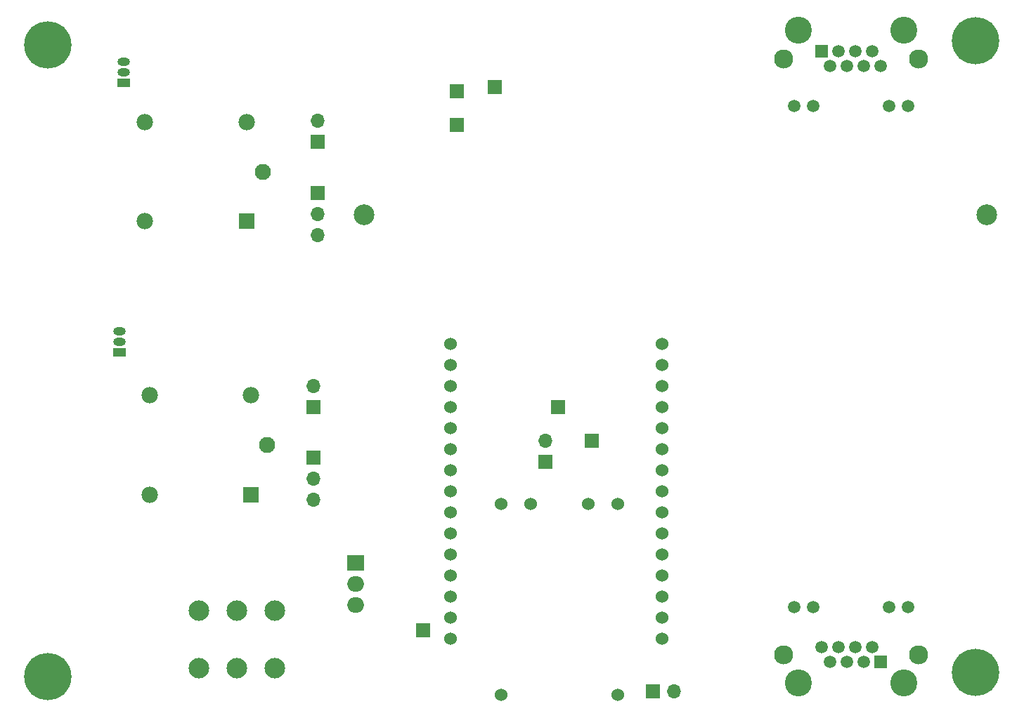
<source format=gbr>
G04 #@! TF.GenerationSoftware,KiCad,Pcbnew,(5.1.10)-1*
G04 #@! TF.CreationDate,2021-10-29T16:39:56-07:00*
G04 #@! TF.ProjectId,CI_ComPCB,43495f43-6f6d-4504-9342-2e6b69636164,rev?*
G04 #@! TF.SameCoordinates,Original*
G04 #@! TF.FileFunction,Soldermask,Bot*
G04 #@! TF.FilePolarity,Negative*
%FSLAX46Y46*%
G04 Gerber Fmt 4.6, Leading zero omitted, Abs format (unit mm)*
G04 Created by KiCad (PCBNEW (5.1.10)-1) date 2021-10-29 16:39:56*
%MOMM*%
%LPD*%
G01*
G04 APERTURE LIST*
%ADD10C,1.980000*%
%ADD11C,1.935000*%
%ADD12R,1.980000X1.980000*%
%ADD13C,1.500000*%
%ADD14C,2.300000*%
%ADD15C,3.250000*%
%ADD16R,1.500000X1.500000*%
%ADD17O,1.700000X1.700000*%
%ADD18R,1.700000X1.700000*%
%ADD19R,1.500000X1.000000*%
%ADD20O,1.500000X1.000000*%
%ADD21C,2.475000*%
%ADD22O,2.000000X1.905000*%
%ADD23R,2.000000X1.905000*%
%ADD24C,1.524000*%
%ADD25C,5.700000*%
%ADD26C,3.600000*%
%ADD27C,2.500000*%
G04 APERTURE END LIST*
D10*
X112250000Y-98410000D03*
X112250000Y-86410000D03*
X124450000Y-86410000D03*
D11*
X126450000Y-92410000D03*
D12*
X124450000Y-98410000D03*
D10*
X112780000Y-131390000D03*
X112780000Y-119390000D03*
X124980000Y-119390000D03*
D11*
X126980000Y-125390000D03*
D12*
X124980000Y-131390000D03*
D13*
X204198000Y-84510000D03*
X201908000Y-84510000D03*
X192768000Y-84510000D03*
X190478000Y-84510000D03*
D14*
X189208000Y-78800000D03*
X205468000Y-78800000D03*
D15*
X203688000Y-75370000D03*
X190988000Y-75370000D03*
D13*
X200890000Y-79690000D03*
X198858000Y-79690000D03*
X196826000Y-79690000D03*
X194794000Y-79690000D03*
X199874000Y-77910000D03*
X197842000Y-77910000D03*
X195810000Y-77910000D03*
D16*
X193778000Y-77910000D03*
D13*
X190470000Y-144970000D03*
X192760000Y-144970000D03*
X201900000Y-144970000D03*
X204190000Y-144970000D03*
D14*
X205460000Y-150680000D03*
X189200000Y-150680000D03*
D15*
X190980000Y-154110000D03*
X203680000Y-154110000D03*
D13*
X193778000Y-149790000D03*
X195810000Y-149790000D03*
X197842000Y-149790000D03*
X199874000Y-149790000D03*
X194794000Y-151570000D03*
X196826000Y-151570000D03*
X198858000Y-151570000D03*
D16*
X200890000Y-151570000D03*
D17*
X175998000Y-155126000D03*
D18*
X173458000Y-155126000D03*
X162028000Y-120836000D03*
D17*
X160504000Y-124900000D03*
D18*
X160504000Y-127440000D03*
D19*
X109704000Y-81720000D03*
D20*
X109704000Y-79180000D03*
X109704000Y-80450000D03*
D19*
X109196000Y-114232000D03*
D20*
X109196000Y-111692000D03*
X109196000Y-112962000D03*
D17*
X133060000Y-100050000D03*
X133060000Y-97510000D03*
D18*
X133060000Y-94970000D03*
D17*
X132564000Y-132012000D03*
X132564000Y-129472000D03*
D18*
X132564000Y-126932000D03*
D17*
X133072000Y-86292000D03*
D18*
X133072000Y-88832000D03*
D17*
X132564000Y-118296000D03*
D18*
X132564000Y-120836000D03*
D21*
X118692000Y-145392000D03*
X123292000Y-145392000D03*
X127892000Y-145392000D03*
X118692000Y-152302000D03*
X123292000Y-152302000D03*
X127892000Y-152302000D03*
D18*
X149836000Y-86800000D03*
X154408000Y-82228000D03*
X149836000Y-82736000D03*
D22*
X137644000Y-144712000D03*
X137644000Y-142172000D03*
D23*
X137644000Y-139632000D03*
D18*
X166092000Y-124900000D03*
X145772000Y-147760000D03*
D24*
X169172000Y-132488000D03*
X169172000Y-155488000D03*
X155172000Y-155488000D03*
X155172000Y-132488000D03*
X158672000Y-132488000D03*
X165672000Y-132488000D03*
D25*
X212320000Y-76640000D03*
D26*
X212320000Y-76640000D03*
D25*
X100560000Y-153348000D03*
D26*
X100560000Y-153348000D03*
D25*
X212320000Y-152840000D03*
D26*
X212320000Y-152840000D03*
D25*
X100560000Y-77148000D03*
D26*
X100560000Y-77148000D03*
D27*
X213628000Y-97628000D03*
X138628000Y-97628000D03*
D24*
X149054000Y-113216000D03*
X149054000Y-115756000D03*
X149054000Y-118296000D03*
X149054000Y-120836000D03*
X149054000Y-123376000D03*
X149054000Y-125916000D03*
X149054000Y-128456000D03*
X149054000Y-130996000D03*
X149054000Y-133536000D03*
X149054000Y-136076000D03*
X149054000Y-138616000D03*
X149054000Y-141156000D03*
X149054000Y-143696000D03*
X149054000Y-146236000D03*
X149054000Y-148776000D03*
X174554000Y-113216000D03*
X174554000Y-115756000D03*
X174554000Y-118296000D03*
X174554000Y-120836000D03*
X174554000Y-123376000D03*
X174554000Y-125916000D03*
X174554000Y-128456000D03*
X174554000Y-130996000D03*
X174554000Y-133536000D03*
X174554000Y-136076000D03*
X174554000Y-138616000D03*
X174554000Y-141156000D03*
X174554000Y-143696000D03*
X174554000Y-146236000D03*
X174554000Y-148776000D03*
M02*

</source>
